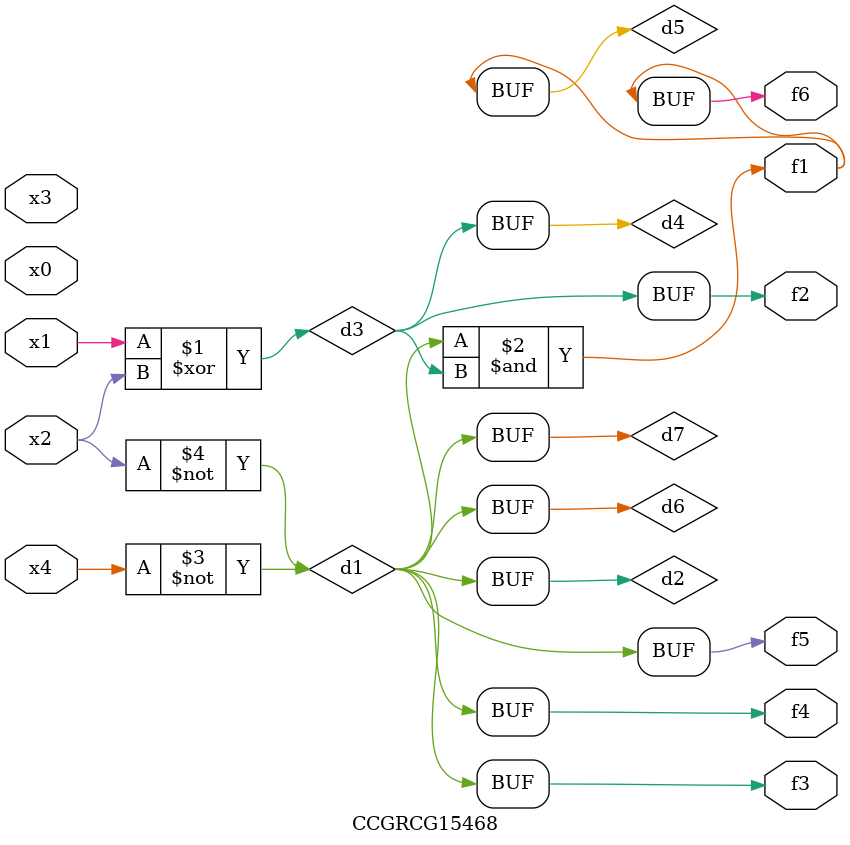
<source format=v>
module CCGRCG15468(
	input x0, x1, x2, x3, x4,
	output f1, f2, f3, f4, f5, f6
);

	wire d1, d2, d3, d4, d5, d6, d7;

	not (d1, x4);
	not (d2, x2);
	xor (d3, x1, x2);
	buf (d4, d3);
	and (d5, d1, d3);
	buf (d6, d1, d2);
	buf (d7, d2);
	assign f1 = d5;
	assign f2 = d4;
	assign f3 = d7;
	assign f4 = d7;
	assign f5 = d7;
	assign f6 = d5;
endmodule

</source>
